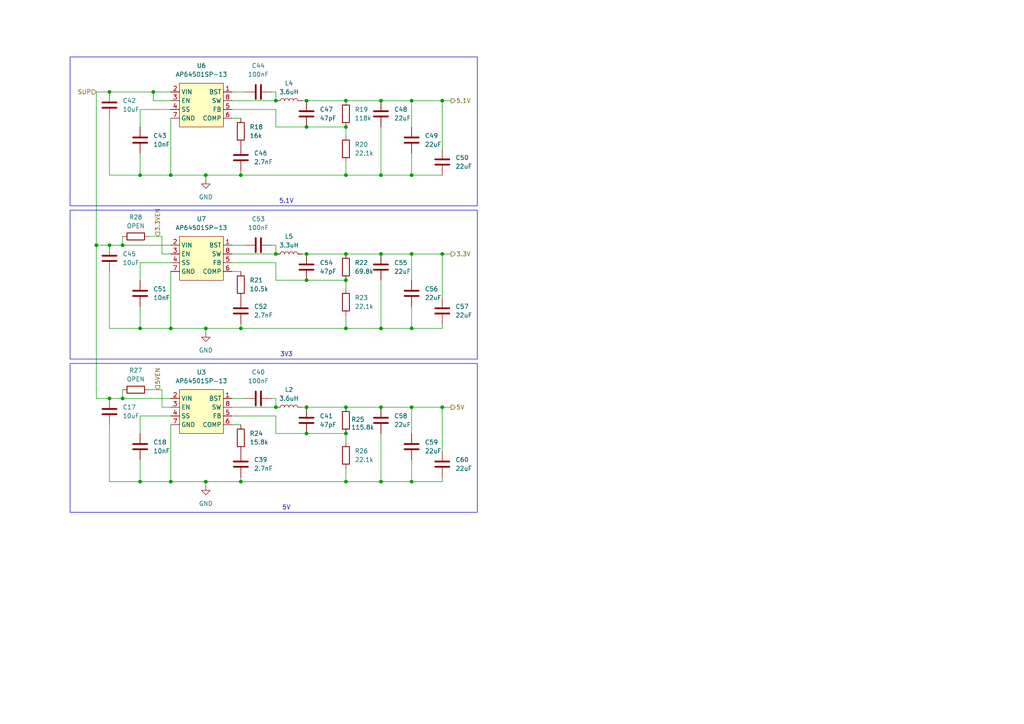
<source format=kicad_sch>
(kicad_sch (version 20250114) (generator "eeschema") (generator_version "9.0")
  (paper "A4")
  (lib_symbols
    (symbol "Device:C" (pin_numbers (hide yes)) (pin_names (offset 0.254))
      (property "Reference" "C" (at 0.635 2.54 0))
      (property "Value" "C" (at 0.635 -2.54 0))
      (symbol "C_0_1"
        (polyline (pts (xy -2.032 0.762) (xy 2.032 0.762)) (stroke (width 0.508)))
        (polyline (pts (xy -2.032 -0.762) (xy 2.032 -0.762)) (stroke (width 0.508)))
      )
      (symbol "C_1_1"
        (pin passive line (at 0 3.81 270) (length 2.794) (name "~") (number "1"))
        (pin passive line (at 0 -3.81 90) (length 2.794) (name "~") (number "2"))
      )
    )
    (symbol "Device:L" (pin_numbers (hide yes)) (pin_names (offset 1.016) (hide yes))
      (property "Reference" "L" (at -1.27 0 90))
      (property "Value" "L" (at 1.905 0 90))
      (symbol "L_0_1"
        (arc (start 0 2.54) (mid 0.6323 1.905) (end 0 1.27))
        (arc (start 0 1.27) (mid 0.6323 0.635) (end 0 0))
        (arc (start 0 0) (mid 0.6323 -0.635) (end 0 -1.27))
        (arc (start 0 -1.27) (mid 0.6323 -1.905) (end 0 -2.54))
      )
      (symbol "L_1_1"
        (pin passive line (at 0 3.81 270) (length 1.27) (name "1") (number "1"))
        (pin passive line (at 0 -3.81 90) (length 1.27) (name "2") (number "2"))
      )
    )
    (symbol "Device:R" (pin_numbers (hide yes)) (pin_names (offset 0))
      (property "Reference" "R" (at 2.032 0 90))
      (property "Value" "R" (at 0 0 90))
      (symbol "R_0_1"
        (rectangle (start -1.016 -2.54) (end 1.016 2.54) (stroke (width 0.254)))
      )
      (symbol "R_1_1"
        (pin passive line (at 0 3.81 270) (length 1.27) (name "~") (number "1"))
        (pin passive line (at 0 -3.81 90) (length 1.27) (name "~") (number "2"))
      )
    )
    (symbol "Regulator_Switching:AP64501SP-13"
      (property "Reference" "U" (at 0 0 0))
      (symbol "AP64501SP-13_0_1"
        (rectangle (start -6.35 -1.27) (end 6.35 -13.97) (fill (type background)))
      )
      (symbol "AP64501SP-13_1_1"
        (pin power_in line (at -8.89 -3.81 0) (length 2.54) (name "VIN") (number "2"))
        (pin input line (at -8.89 -6.35 0) (length 2.54) (name "EN") (number "3"))
        (pin input line (at -8.89 -8.89 0) (length 2.54) (name "SS") (number "4"))
        (pin passive line (at -8.89 -11.43 0) (length 2.54) (name "GND") (number "7"))
        (pin input line (at 8.89 -3.81 180) (length 2.54) (name "BST") (number "1"))
        (pin input line (at 8.89 -6.35 180) (length 2.54) (name "SW") (number "8"))
        (pin input line (at 8.89 -8.89 180) (length 2.54) (name "FB") (number "5"))
        (pin input line (at 8.89 -11.43 180) (length 2.54) (name "COMP") (number "6"))
      )
    )
    (symbol "power:GND" (power) (pin_numbers (hide yes)) (pin_names (offset 0) (hide yes))
      (property "Value" "GND" (at 0 -3.81 0))
      (symbol "GND_0_1"
        (polyline (pts (xy 0 0) (xy 0 -1.27) (xy 1.27 -1.27) (xy 0 -2.54) (xy -1.27 -1.27) (xy 0 -1.27)))
      )
      (symbol "GND_1_1"
        (pin power_in line (at 0 0 270) (length 0) (name "~") (number "1"))
      )
    )
  )
  (rectangle (start 20.32 60.96) (end 138.43 104.14))
  (rectangle (start 20.32 105.41) (end 138.43 148.59))
  (rectangle (start 20.32 16.51) (end 138.43 59.69))
  (text "3V3" (at 83.058 102.87 0) (effects (font (size 1.27 1.27))))
  (text "5V" (at 83.058 147.32 0) (effects (font (size 1.27 1.27))))
  (text "5.1V\n" (at 83.058 58.42 0) (effects (font (size 1.27 1.27))))
  (junction (at 88.9 118.11))
  (junction (at 119.38 29.21))
  (junction (at 69.85 50.8))
  (junction (at 40.64 139.7))
  (junction (at 88.9 29.21))
  (junction (at 100.33 125.73))
  (junction (at 35.56 71.12))
  (junction (at 110.49 95.25))
  (junction (at 119.38 73.66))
  (junction (at 100.33 81.28))
  (junction (at 27.94 71.12))
  (junction (at 110.49 139.7))
  (junction (at 35.56 115.57))
  (junction (at 59.69 50.8))
  (junction (at 44.45 26.67))
  (junction (at 110.49 73.66))
  (junction (at 40.64 95.25))
  (junction (at 80.01 118.11))
  (junction (at 49.53 50.8))
  (junction (at 128.27 118.11))
  (junction (at 100.33 139.7))
  (junction (at 110.49 29.21))
  (junction (at 110.49 118.11))
  (junction (at 100.33 73.66))
  (junction (at 100.33 95.25))
  (junction (at 88.9 36.83))
  (junction (at 80.01 73.66))
  (junction (at 31.75 115.57))
  (junction (at 69.85 139.7))
  (junction (at 100.33 36.83))
  (junction (at 80.01 29.21))
  (junction (at 119.38 50.8))
  (junction (at 31.75 71.12))
  (junction (at 119.38 118.11))
  (junction (at 88.9 125.73))
  (junction (at 128.27 73.66))
  (junction (at 40.64 50.8))
  (junction (at 88.9 81.28))
  (junction (at 100.33 50.8))
  (junction (at 88.9 73.66))
  (junction (at 49.53 139.7))
  (junction (at 110.49 50.8))
  (junction (at 119.38 95.25))
  (junction (at 49.53 95.25))
  (junction (at 59.69 139.7))
  (junction (at 100.33 29.21))
  (junction (at 69.85 95.25))
  (junction (at 119.38 139.7))
  (junction (at 59.69 95.25))
  (junction (at 128.27 29.21))
  (junction (at 31.75 26.67))
  (junction (at 100.33 118.11))
  (wire (pts (xy 128.27 29.21) (xy 130.81 29.21)))
  (wire (pts (xy 87.63 73.66) (xy 88.9 73.66)))
  (wire (pts (xy 49.53 29.21) (xy 44.45 29.21)))
  (wire (pts (xy 119.38 95.25) (xy 119.38 88.9)))
  (wire (pts (xy 49.53 95.25) (xy 59.69 95.25)))
  (wire (pts (xy 100.33 91.44) (xy 100.33 95.25)))
  (wire (pts (xy 69.85 95.25) (xy 59.69 95.25)))
  (wire (pts (xy 46.99 73.66) (xy 46.99 68.58)))
  (wire (pts (xy 119.38 73.66) (xy 119.38 81.28)))
  (wire (pts (xy 119.38 29.21) (xy 128.27 29.21)))
  (wire (pts (xy 80.01 115.57) (xy 80.01 118.11)))
  (wire (pts (xy 80.01 125.73) (xy 88.9 125.73)))
  (wire (pts (xy 80.01 26.67) (xy 80.01 29.21)))
  (wire (pts (xy 49.53 120.65) (xy 40.64 120.65)))
  (wire (pts (xy 31.75 26.67) (xy 44.45 26.67)))
  (wire (pts (xy 67.31 120.65) (xy 80.01 120.65)))
  (wire (pts (xy 110.49 73.66) (xy 119.38 73.66)))
  (wire (pts (xy 88.9 73.66) (xy 100.33 73.66)))
  (wire (pts (xy 80.01 120.65) (xy 80.01 125.73)))
  (wire (pts (xy 40.64 133.35) (xy 40.64 139.7)))
  (wire (pts (xy 67.31 123.19) (xy 69.85 123.19)))
  (wire (pts (xy 128.27 118.11) (xy 128.27 130.81)))
  (wire (pts (xy 40.64 50.8) (xy 49.53 50.8)))
  (wire (pts (xy 35.56 113.03) (xy 35.56 115.57)))
  (wire (pts (xy 80.01 81.28) (xy 88.9 81.28)))
  (wire (pts (xy 59.69 50.8) (xy 59.69 52.07)))
  (wire (pts (xy 88.9 125.73) (xy 100.33 125.73)))
  (wire (pts (xy 46.99 68.58) (xy 43.18 68.58)))
  (wire (pts (xy 128.27 73.66) (xy 128.27 86.36)))
  (wire (pts (xy 67.31 73.66) (xy 80.01 73.66)))
  (wire (pts (xy 119.38 50.8) (xy 128.27 50.8)))
  (wire (pts (xy 67.31 76.2) (xy 80.01 76.2)))
  (wire (pts (xy 80.01 36.83) (xy 88.9 36.83)))
  (wire (pts (xy 87.63 118.11) (xy 88.9 118.11)))
  (wire (pts (xy 31.75 78.74) (xy 31.75 95.25)))
  (wire (pts (xy 69.85 139.7) (xy 59.69 139.7)))
  (wire (pts (xy 100.33 125.73) (xy 100.33 128.27)))
  (wire (pts (xy 49.53 123.19) (xy 49.53 139.7)))
  (wire (pts (xy 40.64 76.2) (xy 40.64 81.28)))
  (wire (pts (xy 119.38 50.8) (xy 119.38 44.45)))
  (wire (pts (xy 67.31 31.75) (xy 80.01 31.75)))
  (wire (pts (xy 128.27 95.25) (xy 128.27 93.98)))
  (wire (pts (xy 49.53 34.29) (xy 49.53 50.8)))
  (wire (pts (xy 80.01 26.67) (xy 78.74 26.67)))
  (wire (pts (xy 80.01 115.57) (xy 78.74 115.57)))
  (wire (pts (xy 40.64 120.65) (xy 40.64 125.73)))
  (wire (pts (xy 49.53 73.66) (xy 46.99 73.66)))
  (wire (pts (xy 69.85 49.53) (xy 69.85 50.8)))
  (wire (pts (xy 100.33 29.21) (xy 110.49 29.21)))
  (wire (pts (xy 110.49 95.25) (xy 119.38 95.25)))
  (wire (pts (xy 69.85 50.8) (xy 100.33 50.8)))
  (wire (pts (xy 100.33 118.11) (xy 110.49 118.11)))
  (wire (pts (xy 31.75 95.25) (xy 40.64 95.25)))
  (wire (pts (xy 80.01 71.12) (xy 78.74 71.12)))
  (wire (pts (xy 49.53 31.75) (xy 40.64 31.75)))
  (wire (pts (xy 69.85 138.43) (xy 69.85 139.7)))
  (wire (pts (xy 119.38 139.7) (xy 128.27 139.7)))
  (wire (pts (xy 87.63 29.21) (xy 88.9 29.21)))
  (wire (pts (xy 59.69 139.7) (xy 59.69 140.97)))
  (wire (pts (xy 100.33 81.28) (xy 100.33 83.82)))
  (wire (pts (xy 80.01 76.2) (xy 80.01 81.28)))
  (wire (pts (xy 35.56 71.12) (xy 49.53 71.12)))
  (wire (pts (xy 80.01 31.75) (xy 80.01 36.83)))
  (wire (pts (xy 119.38 118.11) (xy 128.27 118.11)))
  (wire (pts (xy 110.49 139.7) (xy 119.38 139.7)))
  (wire (pts (xy 128.27 139.7) (xy 128.27 138.43)))
  (wire (pts (xy 110.49 118.11) (xy 119.38 118.11)))
  (wire (pts (xy 67.31 34.29) (xy 69.85 34.29)))
  (wire (pts (xy 31.75 139.7) (xy 40.64 139.7)))
  (wire (pts (xy 44.45 29.21) (xy 44.45 26.67)))
  (wire (pts (xy 40.64 88.9) (xy 40.64 95.25)))
  (wire (pts (xy 69.85 50.8) (xy 59.69 50.8)))
  (wire (pts (xy 100.33 36.83) (xy 100.33 39.37)))
  (wire (pts (xy 88.9 36.83) (xy 100.33 36.83)))
  (wire (pts (xy 40.64 139.7) (xy 49.53 139.7)))
  (wire (pts (xy 119.38 118.11) (xy 119.38 125.73)))
  (wire (pts (xy 27.94 26.67) (xy 27.94 71.12)))
  (wire (pts (xy 49.53 78.74) (xy 49.53 95.25)))
  (wire (pts (xy 27.94 115.57) (xy 31.75 115.57)))
  (wire (pts (xy 35.56 115.57) (xy 49.53 115.57)))
  (wire (pts (xy 88.9 81.28) (xy 100.33 81.28)))
  (wire (pts (xy 35.56 68.58) (xy 35.56 71.12)))
  (wire (pts (xy 100.33 135.89) (xy 100.33 139.7)))
  (wire (pts (xy 119.38 95.25) (xy 128.27 95.25)))
  (wire (pts (xy 119.38 29.21) (xy 119.38 36.83)))
  (wire (pts (xy 69.85 95.25) (xy 100.33 95.25)))
  (wire (pts (xy 40.64 95.25) (xy 49.53 95.25)))
  (wire (pts (xy 67.31 78.74) (xy 69.85 78.74)))
  (wire (pts (xy 40.64 31.75) (xy 40.64 36.83)))
  (wire (pts (xy 67.31 118.11) (xy 80.01 118.11)))
  (wire (pts (xy 128.27 29.21) (xy 128.27 43.18)))
  (wire (pts (xy 100.33 95.25) (xy 110.49 95.25)))
  (wire (pts (xy 49.53 118.11) (xy 46.99 118.11)))
  (wire (pts (xy 110.49 125.73) (xy 110.49 139.7)))
  (wire (pts (xy 46.99 118.11) (xy 46.99 113.03)))
  (wire (pts (xy 100.33 139.7) (xy 110.49 139.7)))
  (wire (pts (xy 110.49 29.21) (xy 119.38 29.21)))
  (wire (pts (xy 31.75 123.19) (xy 31.75 139.7)))
  (wire (pts (xy 110.49 81.28) (xy 110.49 95.25)))
  (wire (pts (xy 88.9 29.21) (xy 100.33 29.21)))
  (wire (pts (xy 69.85 139.7) (xy 100.33 139.7)))
  (wire (pts (xy 69.85 93.98) (xy 69.85 95.25)))
  (wire (pts (xy 100.33 50.8) (xy 110.49 50.8)))
  (wire (pts (xy 31.75 34.29) (xy 31.75 50.8)))
  (wire (pts (xy 59.69 95.25) (xy 59.69 96.52)))
  (wire (pts (xy 110.49 36.83) (xy 110.49 50.8)))
  (wire (pts (xy 31.75 115.57) (xy 35.56 115.57)))
  (wire (pts (xy 67.31 115.57) (xy 71.12 115.57)))
  (wire (pts (xy 27.94 26.67) (xy 31.75 26.67)))
  (wire (pts (xy 49.53 50.8) (xy 59.69 50.8)))
  (wire (pts (xy 31.75 50.8) (xy 40.64 50.8)))
  (wire (pts (xy 49.53 139.7) (xy 59.69 139.7)))
  (wire (pts (xy 119.38 139.7) (xy 119.38 133.35)))
  (wire (pts (xy 44.45 26.67) (xy 49.53 26.67)))
  (wire (pts (xy 67.31 26.67) (xy 71.12 26.67)))
  (wire (pts (xy 27.94 71.12) (xy 27.94 115.57)))
  (wire (pts (xy 67.31 29.21) (xy 80.01 29.21)))
  (wire (pts (xy 40.64 44.45) (xy 40.64 50.8)))
  (wire (pts (xy 119.38 73.66) (xy 128.27 73.66)))
  (wire (pts (xy 49.53 76.2) (xy 40.64 76.2)))
  (wire (pts (xy 27.94 71.12) (xy 31.75 71.12)))
  (wire (pts (xy 80.01 71.12) (xy 80.01 73.66)))
  (wire (pts (xy 67.31 71.12) (xy 71.12 71.12)))
  (wire (pts (xy 100.33 73.66) (xy 110.49 73.66)))
  (wire (pts (xy 31.75 71.12) (xy 35.56 71.12)))
  (wire (pts (xy 46.99 113.03) (xy 43.18 113.03)))
  (wire (pts (xy 100.33 46.99) (xy 100.33 50.8)))
  (wire (pts (xy 128.27 73.66) (xy 130.81 73.66)))
  (wire (pts (xy 128.27 118.11) (xy 130.81 118.11)))
  (wire (pts (xy 88.9 118.11) (xy 100.33 118.11)))
  (wire (pts (xy 110.49 50.8) (xy 119.38 50.8)))
  (hierarchical_label "5V" (shape output) (at 130.81 118.11 0))
  (hierarchical_label "5VEN" (shape input) (at 45.72 113.03 90))
  (hierarchical_label "5.1V" (shape output) (at 130.81 29.21 0))
  (hierarchical_label "SUP" (shape input) (at 27.94 26.67 180))
  (hierarchical_label "3.3VEN" (shape input) (at 45.72 68.58 90))
  (hierarchical_label "3.3V" (shape output) (at 130.81 73.66 0))
  (symbol (lib_id "Device:C") (at 74.93 115.57 90) (unit 1)
    (property "Reference" "C40" (at 74.93 107.95 90))
    (property "Value" "100nF" (at 74.93 110.49 90))
    (property "Footprint" "Capacitor_SMD:C_0402_1005Metric" (effects (hide yes)))
    (property "Description" "Unpolarized capacitor" (effects (hide yes)))
    (property "LCSC" "C307331" (effects (hide yes)))
  )
  (symbol (lib_id "Device:R") (at 100.33 43.18 0) (unit 1)
    (property "Reference" "R20" (at 102.87 41.9099 0) (effects (justify left)))
    (property "Value" "22.1k" (at 102.87 44.4499 0) (effects (justify left)))
    (property "Footprint" "Resistor_SMD:R_0402_1005Metric" (effects (hide yes)))
    (property "Description" "Resistor" (effects (hide yes)))
  )
  (symbol (lib_id "Regulator_Switching:AP64501SP-13") (at 58.42 22.86 0) (unit 1)
    (property "Reference" "U6" (at 58.42 19.05 0))
    (property "Value" "AP64501SP-13" (at 58.42 21.59 0))
    (property "Footprint" "Package_SO:SOIC-8-1EP_3.9x4.9mm_P1.27mm_EP2.29x3mm" (effects (hide yes)))
  )
  (symbol (lib_id "Device:R") (at 100.33 33.02 0) (unit 1)
    (property "Reference" "R19" (at 102.87 31.7499 0) (effects (justify left)))
    (property "Value" "118k" (at 102.87 34.2899 0) (effects (justify left)))
    (property "Footprint" "Resistor_SMD:R_0402_1005Metric" (effects (hide yes)))
    (property "Description" "Resistor" (effects (hide yes)))
  )
  (symbol (lib_id "Device:C") (at 119.38 85.09 0) (unit 1)
    (property "Reference" "C56" (at 123.19 83.8199 0) (effects (justify left)))
    (property "Value" "22uF" (at 123.19 86.3599 0) (effects (justify left)))
    (property "Footprint" "Capacitor_SMD:C_0805_2012Metric" (effects (hide yes)))
    (property "Description" "Unpolarized capacitor" (effects (hide yes)))
    (property "LCSC" "C602037" (effects (hide yes)))
  )
  (symbol (lib_id "Device:C") (at 88.9 33.02 0) (unit 1)
    (property "Reference" "C47" (at 92.71 31.7499 0) (effects (justify left)))
    (property "Value" "47pF" (at 92.71 34.2899 0) (effects (justify left)))
    (property "Footprint" "Capacitor_SMD:C_0402_1005Metric" (effects (hide yes)))
    (property "Description" "Unpolarized capacitor" (effects (hide yes)))
    (property "LCSC" "C60137" (effects (hide yes)))
  )
  (symbol (lib_id "Device:C") (at 110.49 33.02 0) (unit 1)
    (property "Reference" "C48" (at 114.3 31.7499 0) (effects (justify left)))
    (property "Value" "22uF" (at 114.3 34.2899 0) (effects (justify left)))
    (property "Footprint" "Capacitor_SMD:C_0805_2012Metric" (effects (hide yes)))
    (property "Description" "Unpolarized capacitor" (effects (hide yes)))
    (property "LCSC" "C602037" (effects (hide yes)))
  )
  (symbol (lib_id "Device:C") (at 128.27 90.17 0) (unit 1)
    (property "Reference" "C57" (at 132.08 88.8999 0) (effects (justify left)))
    (property "Value" "22uF" (at 132.08 91.4399 0) (effects (justify left)))
    (property "Footprint" "Capacitor_SMD:C_0805_2012Metric" (effects (hide yes)))
    (property "Description" "Unpolarized capacitor" (effects (hide yes)))
    (property "LCSC" "C602037" (effects (hide yes)))
  )
  (symbol (lib_id "Device:C") (at 31.75 30.48 0) (unit 1)
    (property "Reference" "C42" (at 35.56 29.2099 0) (effects (justify left)))
    (property "Value" "10uF" (at 35.56 31.7499 0) (effects (justify left)))
    (property "Footprint" "Capacitor_SMD:C_0402_1005Metric" (effects (hide yes)))
    (property "Description" "Unpolarized capacitor" (effects (hide yes)))
  )
  (symbol (lib_id "Device:L") (at 83.82 73.66 90) (unit 1)
    (property "Reference" "L5" (at 83.82 68.58 90))
    (property "Value" "3.3uH" (at 83.82 71.12 90))
    (property "Description" "Inductor" (effects (hide yes)))
  )
  (symbol (lib_id "Device:C") (at 128.27 46.99 0) (unit 1)
    (property "Reference" "C50" (at 132.08 45.7199 0) (effects (justify left)))
    (property "Value" "22uF" (at 132.08 48.2599 0) (effects (justify left)))
    (property "Footprint" "Capacitor_SMD:C_0805_2012Metric" (effects (hide yes)))
    (property "Description" "Unpolarized capacitor" (effects (hide yes)))
    (property "LCSC" "C602037" (effects (hide yes)))
  )
  (symbol (lib_id "Device:L") (at 83.82 29.21 90) (unit 1)
    (property "Reference" "L4" (at 83.82 24.13 90))
    (property "Value" "3.6uH" (at 83.82 26.67 90))
    (property "Description" "Inductor" (effects (hide yes)))
    (property "LCSC" "C223037" (effects (hide yes)))
  )
  (symbol (lib_id "Device:R") (at 39.37 113.03 90) (unit 1)
    (property "Reference" "R27" (at 39.37 107.442 90))
    (property "Value" "OPEN" (at 39.37 109.982 90))
    (property "Footprint" "Resistor_SMD:R_0603_1608Metric" (effects (hide yes)))
    (property "Description" "Resistor" (effects (hide yes)))
  )
  (symbol (lib_id "Device:C") (at 31.75 119.38 0) (unit 1)
    (property "Reference" "C17" (at 35.56 118.1099 0) (effects (justify left)))
    (property "Value" "10uF" (at 35.56 120.6499 0) (effects (justify left)))
    (property "Footprint" "Capacitor_SMD:C_0402_1005Metric" (effects (hide yes)))
    (property "Description" "Unpolarized capacitor" (effects (hide yes)))
  )
  (symbol (lib_id "Device:R") (at 69.85 127 0) (unit 1)
    (property "Reference" "R24" (at 72.39 125.7299 0) (effects (justify left)))
    (property "Value" "15.8k" (at 72.39 128.2699 0) (effects (justify left)))
    (property "Footprint" "Resistor_SMD:R_0402_1005Metric" (effects (hide yes)))
    (property "Description" "Resistor" (effects (hide yes)))
  )
  (symbol (lib_id "Device:R") (at 100.33 132.08 0) (unit 1)
    (property "Reference" "R26" (at 102.87 130.8099 0) (effects (justify left)))
    (property "Value" "22.1k" (at 102.87 133.3499 0) (effects (justify left)))
    (property "Footprint" "Resistor_SMD:R_0402_1005Metric" (effects (hide yes)))
    (property "Description" "Resistor" (effects (hide yes)))
  )
  (symbol (lib_id "Device:C") (at 69.85 45.72 0) (unit 1)
    (property "Reference" "C46" (at 73.66 44.4499 0) (effects (justify left)))
    (property "Value" "2.7nF" (at 73.66 46.9899 0) (effects (justify left)))
    (property "Footprint" "Capacitor_SMD:C_0402_1005Metric" (effects (hide yes)))
    (property "Description" "Unpolarized capacitor" (effects (hide yes)))
    (property "LCSC" "C84704" (effects (hide yes)))
  )
  (symbol (lib_id "Device:C") (at 128.27 134.62 0) (unit 1)
    (property "Reference" "C60" (at 132.08 133.3499 0) (effects (justify left)))
    (property "Value" "22uF" (at 132.08 135.8899 0) (effects (justify left)))
    (property "Footprint" "Capacitor_SMD:C_0805_2012Metric" (effects (hide yes)))
    (property "Description" "Unpolarized capacitor" (effects (hide yes)))
    (property "LCSC" "C602037" (effects (hide yes)))
  )
  (symbol (lib_id "Device:R") (at 69.85 38.1 0) (unit 1)
    (property "Reference" "R18" (at 72.39 36.8299 0) (effects (justify left)))
    (property "Value" "16k" (at 72.39 39.3699 0) (effects (justify left)))
    (property "Footprint" "Resistor_SMD:R_0402_1005Metric" (effects (hide yes)))
    (property "Description" "Resistor" (effects (hide yes)))
  )
  (symbol (lib_id "Device:C") (at 31.75 74.93 0) (unit 1)
    (property "Reference" "C45" (at 35.56 73.6599 0) (effects (justify left)))
    (property "Value" "10uF" (at 35.56 76.1999 0) (effects (justify left)))
    (property "Footprint" "Capacitor_SMD:C_0402_1005Metric" (effects (hide yes)))
    (property "Description" "Unpolarized capacitor" (effects (hide yes)))
  )
  (symbol (lib_id "Device:C") (at 40.64 129.54 0) (unit 1)
    (property "Reference" "C18" (at 44.45 128.2699 0) (effects (justify left)))
    (property "Value" "10nF" (at 44.45 130.8099 0) (effects (justify left)))
    (property "Footprint" "Capacitor_SMD:C_0402_1005Metric" (effects (hide yes)))
    (property "Description" "Unpolarized capacitor" (effects (hide yes)))
    (property "LCSC" "C15195" (effects (hide yes)))
  )
  (symbol (lib_id "Device:C") (at 74.93 71.12 90) (unit 1)
    (property "Reference" "C53" (at 74.93 63.5 90))
    (property "Value" "100nF" (at 74.93 66.04 90))
    (property "Footprint" "Capacitor_SMD:C_0402_1005Metric" (effects (hide yes)))
    (property "Description" "Unpolarized capacitor" (effects (hide yes)))
    (property "LCSC" "C307331" (effects (hide yes)))
  )
  (symbol (lib_id "Device:R") (at 100.33 77.47 0) (unit 1)
    (property "Reference" "R22" (at 102.87 76.1999 0) (effects (justify left)))
    (property "Value" "69.8k" (at 102.87 78.7399 0) (effects (justify left)))
    (property "Footprint" "Resistor_SMD:R_0402_1005Metric" (effects (hide yes)))
    (property "Description" "Resistor" (effects (hide yes)))
  )
  (symbol (lib_id "Regulator_Switching:AP64501SP-13") (at 58.42 111.76 0) (unit 1)
    (property "Reference" "U3" (at 58.42 107.95 0))
    (property "Value" "AP64501SP-13" (at 58.42 110.49 0))
    (property "Footprint" "Package_SO:SOIC-8-1EP_3.9x4.9mm_P1.27mm_EP2.29x3mm" (effects (hide yes)))
  )
  (symbol (lib_id "Device:C") (at 40.64 85.09 0) (unit 1)
    (property "Reference" "C51" (at 44.45 83.8199 0) (effects (justify left)))
    (property "Value" "10nF" (at 44.45 86.3599 0) (effects (justify left)))
    (property "Footprint" "Capacitor_SMD:C_0402_1005Metric" (effects (hide yes)))
    (property "Description" "Unpolarized capacitor" (effects (hide yes)))
    (property "LCSC" "C15195" (effects (hide yes)))
  )
  (symbol (lib_id "Device:R") (at 39.37 68.58 90) (unit 1)
    (property "Reference" "R28" (at 39.37 62.992 90))
    (property "Value" "OPEN" (at 39.37 65.532 90))
    (property "Footprint" "Resistor_SMD:R_0603_1608Metric" (effects (hide yes)))
    (property "Description" "Resistor" (effects (hide yes)))
  )
  (symbol (lib_id "Device:C") (at 119.38 129.54 0) (unit 1)
    (property "Reference" "C59" (at 123.19 128.2699 0) (effects (justify left)))
    (property "Value" "22uF" (at 123.19 130.8099 0) (effects (justify left)))
    (property "Footprint" "Capacitor_SMD:C_0805_2012Metric" (effects (hide yes)))
    (property "Description" "Unpolarized capacitor" (effects (hide yes)))
    (property "LCSC" "C602037" (effects (hide yes)))
  )
  (symbol (lib_id "Device:C") (at 74.93 26.67 90) (unit 1)
    (property "Reference" "C44" (at 74.93 19.05 90))
    (property "Value" "100nF" (at 74.93 21.59 90))
    (property "Footprint" "Capacitor_SMD:C_0402_1005Metric" (effects (hide yes)))
    (property "Description" "Unpolarized capacitor" (effects (hide yes)))
    (property "LCSC" "C307331" (effects (hide yes)))
  )
  (symbol (lib_id "Device:C") (at 40.64 40.64 0) (unit 1)
    (property "Reference" "C43" (at 44.45 39.3699 0) (effects (justify left)))
    (property "Value" "10nF" (at 44.45 41.9099 0) (effects (justify left)))
    (property "Footprint" "Capacitor_SMD:C_0402_1005Metric" (effects (hide yes)))
    (property "Description" "Unpolarized capacitor" (effects (hide yes)))
    (property "LCSC" "C15195" (effects (hide yes)))
  )
  (symbol (lib_id "Device:C") (at 110.49 121.92 0) (unit 1)
    (property "Reference" "C58" (at 114.3 120.6499 0) (effects (justify left)))
    (property "Value" "22uF" (at 114.3 123.1899 0) (effects (justify left)))
    (property "Footprint" "Capacitor_SMD:C_0805_2012Metric" (effects (hide yes)))
    (property "Description" "Unpolarized capacitor" (effects (hide yes)))
    (property "LCSC" "C602037" (effects (hide yes)))
  )
  (symbol (lib_id "Device:C") (at 119.38 40.64 0) (unit 1)
    (property "Reference" "C49" (at 123.19 39.3699 0) (effects (justify left)))
    (property "Value" "22uF" (at 123.19 41.9099 0) (effects (justify left)))
    (property "Footprint" "Capacitor_SMD:C_0805_2012Metric" (effects (hide yes)))
    (property "Description" "Unpolarized capacitor" (effects (hide yes)))
    (property "LCSC" "C602037" (effects (hide yes)))
  )
  (symbol (lib_id "Device:C") (at 69.85 134.62 0) (unit 1)
    (property "Reference" "C39" (at 73.66 133.3499 0) (effects (justify left)))
    (property "Value" "2.7nF" (at 73.66 135.8899 0) (effects (justify left)))
    (property "Footprint" "Capacitor_SMD:C_0402_1005Metric" (effects (hide yes)))
    (property "Description" "Unpolarized capacitor" (effects (hide yes)))
    (property "LCSC" "C84704" (effects (hide yes)))
  )
  (symbol (lib_id "Device:C") (at 88.9 77.47 0) (unit 1)
    (property "Reference" "C54" (at 92.71 76.1999 0) (effects (justify left)))
    (property "Value" "47pF" (at 92.71 78.7399 0) (effects (justify left)))
    (property "Footprint" "Capacitor_SMD:C_0402_1005Metric" (effects (hide yes)))
    (property "Description" "Unpolarized capacitor" (effects (hide yes)))
    (property "LCSC" "C60137" (effects (hide yes)))
  )
  (symbol (lib_id "power:GND") (at 59.69 96.52 0) (unit 1)
    (property "Reference" "#PWR0101" (effects (hide yes)))
    (property "Value" "GND" (at 59.69 101.6 0))
    (property "Description" "Power symbol creates a global label with name \"GND\" , ground" (effects (hide yes)))
  )
  (symbol (lib_id "Device:R") (at 100.33 121.92 0) (unit 1)
    (property "Reference" "R25" (at 101.854 121.666 0) (effects (justify left)))
    (property "Value" "115.8k" (at 101.854 123.952 0) (effects (justify left)))
    (property "Footprint" "Resistor_SMD:R_0402_1005Metric" (effects (hide yes)))
    (property "Description" "Resistor" (effects (hide yes)))
  )
  (symbol (lib_id "Device:R") (at 69.85 82.55 0) (unit 1)
    (property "Reference" "R21" (at 72.39 81.2799 0) (effects (justify left)))
    (property "Value" "10.5k" (at 72.39 83.8199 0) (effects (justify left)))
    (property "Footprint" "Resistor_SMD:R_0402_1005Metric" (effects (hide yes)))
    (property "Description" "Resistor" (effects (hide yes)))
  )
  (symbol (lib_id "Device:L") (at 83.82 118.11 90) (unit 1)
    (property "Reference" "L2" (at 83.82 113.03 90))
    (property "Value" "3.6uH" (at 83.82 115.57 90))
    (property "Footprint" "C223037" (effects (hide yes)))
    (property "Description" "Inductor" (effects (hide yes)))
  )
  (symbol (lib_id "Regulator_Switching:AP64501SP-13") (at 58.42 67.31 0) (unit 1)
    (property "Reference" "U7" (at 58.42 63.5 0))
    (property "Value" "AP64501SP-13" (at 58.42 66.04 0))
    (property "Footprint" "Package_SO:SOIC-8-1EP_3.9x4.9mm_P1.27mm_EP2.29x3mm" (effects (hide yes)))
  )
  (symbol (lib_id "Device:C") (at 69.85 90.17 0) (unit 1)
    (property "Reference" "C52" (at 73.66 88.8999 0) (effects (justify left)))
    (property "Value" "2.7nF" (at 73.66 91.4399 0) (effects (justify left)))
    (property "Footprint" "Capacitor_SMD:C_0402_1005Metric" (effects (hide yes)))
    (property "Description" "Unpolarized capacitor" (effects (hide yes)))
    (property "LCSC" "C84704" (effects (hide yes)))
  )
  (symbol (lib_id "Device:C") (at 88.9 121.92 0) (unit 1)
    (property "Reference" "C41" (at 92.71 120.6499 0) (effects (justify left)))
    (property "Value" "47pF" (at 92.71 123.1899 0) (effects (justify left)))
    (property "Footprint" "Capacitor_SMD:C_0402_1005Metric" (effects (hide yes)))
    (property "Description" "Unpolarized capacitor" (effects (hide yes)))
    (property "LCSC" "C60137" (effects (hide yes)))
  )
  (symbol (lib_id "Device:R") (at 100.33 87.63 0) (unit 1)
    (property "Reference" "R23" (at 102.87 86.3599 0) (effects (justify left)))
    (property "Value" "22.1k" (at 102.87 88.8999 0) (effects (justify left)))
    (property "Footprint" "Resistor_SMD:R_0402_1005Metric" (effects (hide yes)))
    (property "Description" "Resistor" (effects (hide yes)))
  )
  (symbol (lib_id "power:GND") (at 59.69 52.07 0) (unit 1)
    (property "Reference" "#PWR050" (effects (hide yes)))
    (property "Value" "GND" (at 59.69 57.15 0))
    (property "Description" "Power symbol creates a global label with name \"GND\" , ground" (effects (hide yes)))
  )
  (symbol (lib_id "Device:C") (at 110.49 77.47 0) (unit 1)
    (property "Reference" "C55" (at 114.3 76.1999 0) (effects (justify left)))
    (property "Value" "22uF" (at 114.3 78.7399 0) (effects (justify left)))
    (property "Footprint" "Capacitor_SMD:C_0805_2012Metric" (effects (hide yes)))
    (property "Description" "Unpolarized capacitor" (effects (hide yes)))
    (property "LCSC" "C602037" (effects (hide yes)))
  )
  (symbol (lib_id "power:GND") (at 59.69 140.97 0) (unit 1)
    (property "Reference" "#PWR015" (effects (hide yes)))
    (property "Value" "GND" (at 59.69 146.05 0))
    (property "Description" "Power symbol creates a global label with name \"GND\" , ground" (effects (hide yes)))
  )
)
</source>
